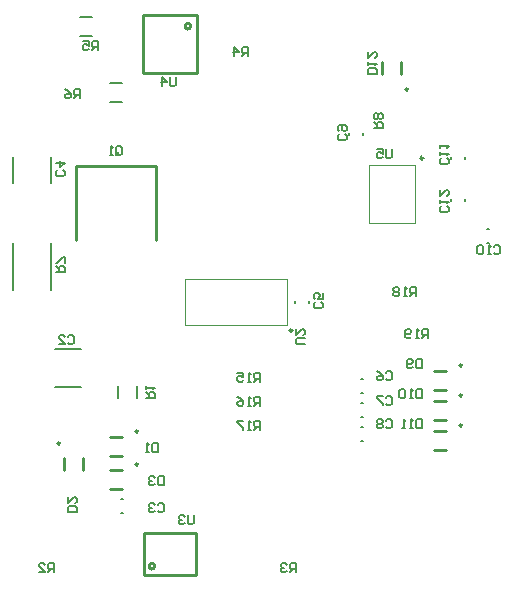
<source format=gbo>
%FSLAX25Y25*%
%MOIN*%
G70*
G01*
G75*
G04 Layer_Color=32896*
%ADD10C,0.02000*%
%ADD11C,0.03000*%
%ADD12C,0.10000*%
%ADD13C,0.05000*%
%ADD14C,0.07874*%
%ADD15C,0.09843*%
%ADD16C,0.05906*%
%ADD17R,0.05906X0.05906*%
%ADD18C,0.05118*%
%ADD19R,0.05512X0.05512*%
%ADD20C,0.05512*%
%ADD21C,0.23622*%
%ADD22R,0.05906X0.05906*%
%ADD23C,0.09449*%
%ADD24C,0.05000*%
%ADD25R,0.04724X0.05512*%
%ADD26R,0.05906X0.02362*%
%ADD27R,0.02362X0.05906*%
%ADD28R,0.04724X0.03543*%
%ADD29R,0.04803X0.03583*%
%ADD30R,0.23622X0.23622*%
%ADD31R,0.06299X0.11811*%
%ADD32R,0.03543X0.04724*%
%ADD33R,0.05512X0.04724*%
%ADD34R,0.06693X0.05512*%
%ADD35R,0.05512X0.06693*%
%ADD36R,0.03583X0.04803*%
%ADD37R,0.04370X0.03583*%
%ADD38R,0.05906X0.03150*%
%ADD39R,0.05512X0.12598*%
%ADD40R,0.12598X0.05512*%
%ADD41R,0.13386X0.07087*%
%ADD42C,0.01000*%
%ADD43C,0.08000*%
%ADD44C,0.12000*%
%ADD45C,0.00787*%
%ADD46C,0.00500*%
%ADD47C,0.00700*%
%ADD48C,0.08674*%
%ADD49C,0.10642*%
%ADD50C,0.06706*%
%ADD51R,0.06706X0.06706*%
%ADD52C,0.05918*%
%ADD53R,0.06312X0.06312*%
%ADD54C,0.06312*%
%ADD55C,0.24422*%
%ADD56R,0.06706X0.06706*%
%ADD57C,0.10249*%
%ADD58C,0.05800*%
%ADD59R,0.05524X0.06312*%
%ADD60R,0.06706X0.03162*%
%ADD61R,0.03162X0.06706*%
%ADD62R,0.05524X0.04343*%
%ADD63R,0.05603X0.04383*%
%ADD64R,0.24422X0.24422*%
%ADD65R,0.07099X0.12611*%
%ADD66R,0.04343X0.05524*%
%ADD67R,0.06312X0.05524*%
%ADD68R,0.07493X0.06312*%
%ADD69R,0.06312X0.07493*%
%ADD70R,0.04383X0.05603*%
%ADD71R,0.05170X0.04383*%
%ADD72R,0.06706X0.03950*%
%ADD73R,0.06312X0.13398*%
%ADD74R,0.13398X0.06312*%
%ADD75R,0.14186X0.07887*%
%ADD76C,0.00984*%
%ADD77C,0.00394*%
D42*
X161394Y169000D02*
G03*
X161394Y169000I-394J0D01*
G01*
X77000Y10000D02*
G03*
X77000Y10000I-1000J0D01*
G01*
X179394Y57000D02*
G03*
X179394Y57000I-394J0D01*
G01*
Y67000D02*
G03*
X179394Y67000I-394J0D01*
G01*
Y77000D02*
G03*
X179394Y77000I-394J0D01*
G01*
X71394Y44000D02*
G03*
X71394Y44000I-394J0D01*
G01*
X45394Y51000D02*
G03*
X45394Y51000I-394J0D01*
G01*
X71394Y55000D02*
G03*
X71394Y55000I-394J0D01*
G01*
X89000Y190000D02*
G03*
X89000Y190000I-1000J0D01*
G01*
X159150Y174031D02*
Y177969D01*
X152850Y174031D02*
Y177969D01*
X73339Y6913D02*
X90662D01*
Y21087D01*
X73339D02*
X90662D01*
X73339Y6913D02*
Y21087D01*
X77248Y118756D02*
Y143244D01*
X50752D02*
X77248D01*
X50752Y118756D02*
Y143244D01*
X170031Y55150D02*
X173969D01*
X170031Y48850D02*
X173969D01*
X170031Y65150D02*
X173969D01*
X170031Y58850D02*
X173969D01*
X170031Y75150D02*
X173969D01*
X170031Y68850D02*
X173969D01*
X62032Y42150D02*
X65969D01*
X62032Y35850D02*
X65969D01*
X46850Y42031D02*
Y45968D01*
X53150Y42031D02*
Y45968D01*
X62032Y53150D02*
X65969D01*
X62032Y46850D02*
X65969D01*
X73004Y193685D02*
X90996D01*
X73004Y174315D02*
Y193685D01*
Y174315D02*
X90996D01*
Y193685D01*
D46*
X180362Y131606D02*
Y132394D01*
X175638Y131606D02*
Y132394D01*
X62032Y164850D02*
X65969D01*
X62032Y171150D02*
X65969D01*
X52031Y186850D02*
X55968D01*
X52031Y193150D02*
X55968D01*
X64850Y66031D02*
Y69968D01*
X71150Y66031D02*
Y69968D01*
X175638Y145606D02*
Y146394D01*
X180362Y145606D02*
Y146394D01*
X187606Y122362D02*
X188394D01*
X187606Y117638D02*
X188394D01*
X141638Y153606D02*
Y154394D01*
X146362Y153606D02*
Y154394D01*
X145606Y51638D02*
X146394D01*
X145606Y56362D02*
X146394D01*
X145606Y59638D02*
X146394D01*
X145606Y64362D02*
X146394D01*
X145606Y67638D02*
X146394D01*
X145606Y72362D02*
X146394D01*
X128362Y97606D02*
Y98394D01*
X123638Y97606D02*
Y98394D01*
X65606Y27638D02*
X66394D01*
X65606Y32362D02*
X66394D01*
X43669Y82299D02*
X52331D01*
X43669Y69701D02*
X52331D01*
X29701Y137669D02*
Y146331D01*
X42299Y137669D02*
Y146331D01*
X29701Y102126D02*
Y117874D01*
X42299Y102126D02*
Y117874D01*
D47*
X168000Y86000D02*
Y88999D01*
X166500D01*
X166001Y88499D01*
Y87499D01*
X166500Y87000D01*
X168000D01*
X167000D02*
X166001Y86000D01*
X165001D02*
X164001D01*
X164501D01*
Y88999D01*
X165001Y88499D01*
X162502Y86500D02*
X162002Y86000D01*
X161002D01*
X160502Y86500D01*
Y88499D01*
X161002Y88999D01*
X162002D01*
X162502Y88499D01*
Y87999D01*
X162002Y87499D01*
X160502D01*
X156000Y148999D02*
Y146500D01*
X155500Y146000D01*
X154500D01*
X154001Y146500D01*
Y148999D01*
X151002D02*
X153001D01*
Y147500D01*
X152001Y147999D01*
X151501D01*
X151002Y147500D01*
Y146500D01*
X151501Y146000D01*
X152501D01*
X153001Y146500D01*
X174499Y129999D02*
X174999Y129499D01*
Y128500D01*
X174499Y128000D01*
X172500D01*
X172000Y128500D01*
Y129499D01*
X172500Y129999D01*
X172000Y130999D02*
Y131999D01*
Y131499D01*
X174999D01*
X174499Y130999D01*
X172000Y135498D02*
Y133498D01*
X173999Y135498D01*
X174499D01*
X174999Y134998D01*
Y133998D01*
X174499Y133498D01*
X150999Y174000D02*
X148000D01*
Y175499D01*
X148500Y175999D01*
X150499D01*
X150999Y175499D01*
Y174000D01*
X148000Y176999D02*
Y177999D01*
Y177499D01*
X150999D01*
X150499Y176999D01*
X148000Y181498D02*
Y179498D01*
X149999Y181498D01*
X150499D01*
X150999Y180998D01*
Y179998D01*
X150499Y179498D01*
X90000Y26999D02*
Y24500D01*
X89500Y24000D01*
X88500D01*
X88001Y24500D01*
Y26999D01*
X87001Y26499D02*
X86501Y26999D01*
X85501D01*
X85002Y26499D01*
Y25999D01*
X85501Y25499D01*
X86001D01*
X85501D01*
X85002Y25000D01*
Y24500D01*
X85501Y24000D01*
X86501D01*
X87001Y24500D01*
X126999Y84000D02*
X124500D01*
X124000Y84500D01*
Y85500D01*
X124500Y85999D01*
X126999D01*
X124000Y88998D02*
Y86999D01*
X125999Y88998D01*
X126499D01*
X126999Y88499D01*
Y87499D01*
X126499Y86999D01*
X164000Y100000D02*
Y102999D01*
X162501D01*
X162001Y102499D01*
Y101499D01*
X162501Y101000D01*
X164000D01*
X163000D02*
X162001Y100000D01*
X161001D02*
X160001D01*
X160501D01*
Y102999D01*
X161001Y102499D01*
X158502D02*
X158002Y102999D01*
X157002D01*
X156502Y102499D01*
Y101999D01*
X157002Y101499D01*
X156502Y101000D01*
Y100500D01*
X157002Y100000D01*
X158002D01*
X158502Y100500D01*
Y101000D01*
X158002Y101499D01*
X158502Y101999D01*
Y102499D01*
X158002Y101499D02*
X157002D01*
X150000Y156000D02*
X152999D01*
Y157500D01*
X152499Y157999D01*
X151499D01*
X151000Y157500D01*
Y156000D01*
Y157000D02*
X150000Y157999D01*
X152499Y158999D02*
X152999Y159499D01*
Y160499D01*
X152499Y160998D01*
X151999D01*
X151499Y160499D01*
X151000Y160998D01*
X150500D01*
X150000Y160499D01*
Y159499D01*
X150500Y158999D01*
X151000D01*
X151499Y159499D01*
X151999Y158999D01*
X152499D01*
X151499Y159499D02*
Y160499D01*
X44000Y108000D02*
X46999D01*
Y109500D01*
X46499Y109999D01*
X45500D01*
X45000Y109500D01*
Y108000D01*
Y109000D02*
X44000Y109999D01*
X46999Y110999D02*
Y112998D01*
X46499D01*
X44500Y110999D01*
X44000D01*
X52000Y166000D02*
Y168999D01*
X50501D01*
X50001Y168499D01*
Y167499D01*
X50501Y167000D01*
X52000D01*
X51000D02*
X50001Y166000D01*
X47002Y168999D02*
X48001Y168499D01*
X49001Y167499D01*
Y166500D01*
X48501Y166000D01*
X47501D01*
X47002Y166500D01*
Y167000D01*
X47501Y167499D01*
X49001D01*
X58000Y182000D02*
Y184999D01*
X56501D01*
X56001Y184499D01*
Y183500D01*
X56501Y183000D01*
X58000D01*
X57000D02*
X56001Y182000D01*
X53002Y184999D02*
X55001D01*
Y183500D01*
X54001Y183999D01*
X53501D01*
X53002Y183500D01*
Y182500D01*
X53501Y182000D01*
X54501D01*
X55001Y182500D01*
X124000Y8000D02*
Y10999D01*
X122501D01*
X122001Y10499D01*
Y9500D01*
X122501Y9000D01*
X124000D01*
X123000D02*
X122001Y8000D01*
X121001Y10499D02*
X120501Y10999D01*
X119501D01*
X119002Y10499D01*
Y9999D01*
X119501Y9500D01*
X120001D01*
X119501D01*
X119002Y9000D01*
Y8500D01*
X119501Y8000D01*
X120501D01*
X121001Y8500D01*
X43244Y8000D02*
Y10999D01*
X41745D01*
X41245Y10499D01*
Y9499D01*
X41745Y9000D01*
X43244D01*
X42244D02*
X41245Y8000D01*
X38246D02*
X40245D01*
X38246Y9999D01*
Y10499D01*
X38745Y10999D01*
X39745D01*
X40245Y10499D01*
X74000Y66000D02*
X76999D01*
Y67500D01*
X76499Y67999D01*
X75499D01*
X75000Y67500D01*
Y66000D01*
Y67000D02*
X74000Y67999D01*
Y68999D02*
Y69999D01*
Y69499D01*
X76999D01*
X76499Y68999D01*
X64001Y147500D02*
Y149499D01*
X64500Y149999D01*
X65500D01*
X66000Y149499D01*
Y147500D01*
X65500Y147000D01*
X64500D01*
X65000Y148000D02*
X64001Y147000D01*
X64500D02*
X64001Y147500D01*
X63001Y147000D02*
X62001D01*
X62501D01*
Y149999D01*
X63001Y149499D01*
X166000Y58999D02*
Y56000D01*
X164500D01*
X164001Y56500D01*
Y58499D01*
X164500Y58999D01*
X166000D01*
X163001Y56000D02*
X162001D01*
X162501D01*
Y58999D01*
X163001Y58499D01*
X160502Y56000D02*
X159502D01*
X160002D01*
Y58999D01*
X160502Y58499D01*
X166000Y68999D02*
Y66000D01*
X164500D01*
X164001Y66500D01*
Y68499D01*
X164500Y68999D01*
X166000D01*
X163001Y66000D02*
X162001D01*
X162501D01*
Y68999D01*
X163001Y68499D01*
X160502D02*
X160002Y68999D01*
X159002D01*
X158502Y68499D01*
Y66500D01*
X159002Y66000D01*
X160002D01*
X160502Y66500D01*
Y68499D01*
X166000Y78999D02*
Y76000D01*
X164500D01*
X164001Y76500D01*
Y78499D01*
X164500Y78999D01*
X166000D01*
X163001Y76500D02*
X162501Y76000D01*
X161501D01*
X161002Y76500D01*
Y78499D01*
X161501Y78999D01*
X162501D01*
X163001Y78499D01*
Y77999D01*
X162501Y77500D01*
X161002D01*
X80000Y39999D02*
Y37000D01*
X78500D01*
X78001Y37500D01*
Y39499D01*
X78500Y39999D01*
X80000D01*
X77001Y39499D02*
X76501Y39999D01*
X75501D01*
X75002Y39499D01*
Y38999D01*
X75501Y38500D01*
X76001D01*
X75501D01*
X75002Y38000D01*
Y37500D01*
X75501Y37000D01*
X76501D01*
X77001Y37500D01*
X50999Y28000D02*
X48000D01*
Y29500D01*
X48500Y29999D01*
X50499D01*
X50999Y29500D01*
Y28000D01*
X48000Y32998D02*
Y30999D01*
X49999Y32998D01*
X50499D01*
X50999Y32499D01*
Y31499D01*
X50499Y30999D01*
X78000Y50999D02*
Y48000D01*
X76500D01*
X76001Y48500D01*
Y50499D01*
X76500Y50999D01*
X78000D01*
X75001Y48000D02*
X74001D01*
X74501D01*
Y50999D01*
X75001Y50499D01*
X174499Y145999D02*
X174999Y145500D01*
Y144500D01*
X174499Y144000D01*
X172500D01*
X172000Y144500D01*
Y145500D01*
X172500Y145999D01*
X172000Y146999D02*
Y147999D01*
Y147499D01*
X174999D01*
X174499Y146999D01*
X172000Y149498D02*
Y150498D01*
Y149998D01*
X174999D01*
X174499Y149498D01*
X190001Y116499D02*
X190500Y116999D01*
X191500D01*
X192000Y116499D01*
Y114500D01*
X191500Y114000D01*
X190500D01*
X190001Y114500D01*
X189001Y114000D02*
X188001D01*
X188501D01*
Y116999D01*
X189001Y116499D01*
X186502D02*
X186002Y116999D01*
X185002D01*
X184502Y116499D01*
Y114500D01*
X185002Y114000D01*
X186002D01*
X186502Y114500D01*
Y116499D01*
X140499Y153999D02*
X140999Y153499D01*
Y152500D01*
X140499Y152000D01*
X138500D01*
X138000Y152500D01*
Y153499D01*
X138500Y153999D01*
Y154999D02*
X138000Y155499D01*
Y156499D01*
X138500Y156998D01*
X140499D01*
X140999Y156499D01*
Y155499D01*
X140499Y154999D01*
X139999D01*
X139499Y155499D01*
Y156998D01*
X154001Y58499D02*
X154500Y58999D01*
X155500D01*
X156000Y58499D01*
Y56500D01*
X155500Y56000D01*
X154500D01*
X154001Y56500D01*
X153001Y58499D02*
X152501Y58999D01*
X151501D01*
X151002Y58499D01*
Y57999D01*
X151501Y57499D01*
X151002Y57000D01*
Y56500D01*
X151501Y56000D01*
X152501D01*
X153001Y56500D01*
Y57000D01*
X152501Y57499D01*
X153001Y57999D01*
Y58499D01*
X152501Y57499D02*
X151501D01*
X154001Y66137D02*
X154500Y66637D01*
X155500D01*
X156000Y66137D01*
Y64138D01*
X155500Y63638D01*
X154500D01*
X154001Y64138D01*
X153001Y66637D02*
X151002D01*
Y66137D01*
X153001Y64138D01*
Y63638D01*
X154001Y74499D02*
X154500Y74999D01*
X155500D01*
X156000Y74499D01*
Y72500D01*
X155500Y72000D01*
X154500D01*
X154001Y72500D01*
X151002Y74999D02*
X152001Y74499D01*
X153001Y73500D01*
Y72500D01*
X152501Y72000D01*
X151501D01*
X151002Y72500D01*
Y73000D01*
X151501Y73500D01*
X153001D01*
X132499Y97999D02*
X132999Y97500D01*
Y96500D01*
X132499Y96000D01*
X130500D01*
X130000Y96500D01*
Y97500D01*
X130500Y97999D01*
X132999Y100998D02*
Y98999D01*
X131500D01*
X131999Y99999D01*
Y100499D01*
X131500Y100998D01*
X130500D01*
X130000Y100499D01*
Y99499D01*
X130500Y98999D01*
X78001Y30499D02*
X78500Y30999D01*
X79500D01*
X80000Y30499D01*
Y28500D01*
X79500Y28000D01*
X78500D01*
X78001Y28500D01*
X77001Y30499D02*
X76501Y30999D01*
X75501D01*
X75002Y30499D01*
Y29999D01*
X75501Y29500D01*
X76001D01*
X75501D01*
X75002Y29000D01*
Y28500D01*
X75501Y28000D01*
X76501D01*
X77001Y28500D01*
X48001Y86499D02*
X48500Y86999D01*
X49500D01*
X50000Y86499D01*
Y84500D01*
X49500Y84000D01*
X48500D01*
X48001Y84500D01*
X45002Y84000D02*
X47001D01*
X45002Y85999D01*
Y86499D01*
X45501Y86999D01*
X46501D01*
X47001Y86499D01*
X46499Y141999D02*
X46999Y141499D01*
Y140500D01*
X46499Y140000D01*
X44500D01*
X44000Y140500D01*
Y141499D01*
X44500Y141999D01*
X44000Y144499D02*
X46999D01*
X45500Y142999D01*
Y144998D01*
X108000Y180000D02*
Y182999D01*
X106500D01*
X106001Y182499D01*
Y181500D01*
X106500Y181000D01*
X108000D01*
X107000D02*
X106001Y180000D01*
X103501D02*
Y182999D01*
X105001Y181500D01*
X103002D01*
X84000Y172999D02*
Y170500D01*
X83500Y170000D01*
X82500D01*
X82001Y170500D01*
Y172999D01*
X79501Y170000D02*
Y172999D01*
X81001Y171500D01*
X79002D01*
X112000Y55539D02*
Y58538D01*
X110501D01*
X110001Y58039D01*
Y57039D01*
X110501Y56539D01*
X112000D01*
X111000D02*
X110001Y55539D01*
X109001D02*
X108001D01*
X108501D01*
Y58538D01*
X109001Y58039D01*
X106502Y58538D02*
X104502D01*
Y58039D01*
X106502Y56039D01*
Y55539D01*
X112000Y63539D02*
Y66538D01*
X110501D01*
X110001Y66039D01*
Y65039D01*
X110501Y64539D01*
X112000D01*
X111000D02*
X110001Y63539D01*
X109001D02*
X108001D01*
X108501D01*
Y66538D01*
X109001Y66039D01*
X104502Y66538D02*
X105502Y66039D01*
X106502Y65039D01*
Y64039D01*
X106002Y63539D01*
X105002D01*
X104502Y64039D01*
Y64539D01*
X105002Y65039D01*
X106502D01*
X112000Y71539D02*
Y74538D01*
X110501D01*
X110001Y74039D01*
Y73039D01*
X110501Y72539D01*
X112000D01*
X111000D02*
X110001Y71539D01*
X109001D02*
X108001D01*
X108501D01*
Y74538D01*
X109001Y74039D01*
X104502Y74538D02*
X106502D01*
Y73039D01*
X105502Y73539D01*
X105002D01*
X104502Y73039D01*
Y72039D01*
X105002Y71539D01*
X106002D01*
X106502Y72039D01*
D76*
X166492Y146000D02*
G03*
X166492Y146000I-492J0D01*
G01*
X122839Y88551D02*
G03*
X122839Y88551I-492J0D01*
G01*
D77*
X148323Y143646D02*
X163677D01*
Y124354D02*
Y143646D01*
X148323Y124354D02*
X163677D01*
X148323D02*
Y143646D01*
X86972Y105677D02*
X121028D01*
X86972Y90323D02*
Y105677D01*
Y90323D02*
X121028D01*
Y105677D01*
M02*

</source>
